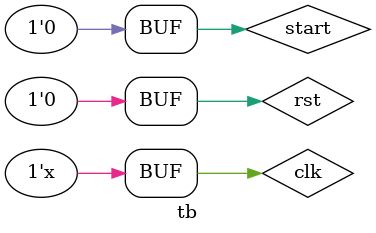
<source format=v>
module tb ();

//input
reg clk, rst;
reg start;

//output
wire w_en;
wire done;
wire [7:0] addr;
wire [31:0] out_data;
wire [31:0] in_data;
processor p1(
    .w_en(w_en),
    .done(done),
    .addr(addr),
    .out_data(out_data),
    .clk(clk),
    .rst(rst),
    .start(start),
    .in_data(in_data)
);
mem256X8 m1(
    .clk(clk),
    .rst(rst),
    .write_enable(w_en),
    .address(addr),
    .data_in(out_data),
    .data_out(in_data)
);

initial begin
    rst = 1;
    clk = 1;
    start = 0;
    #10
    rst = 0;
    #1
    start = 1;
    #10
    start = 0;
end

always #5 clk = ~clk;




endmodule

</source>
